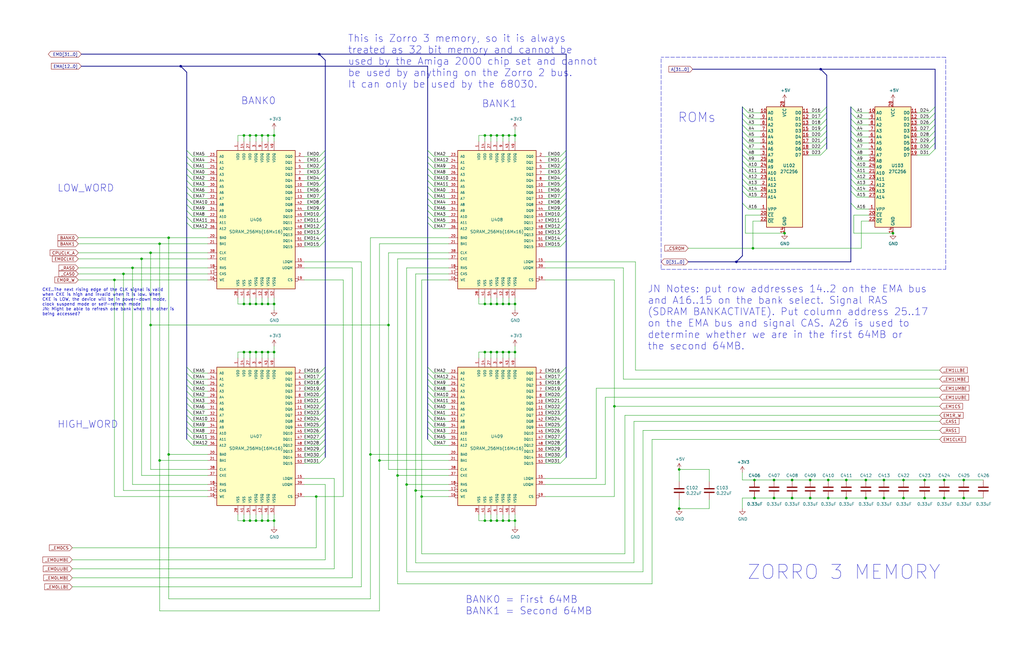
<source format=kicad_sch>
(kicad_sch (version 20211123) (generator eeschema)
  (paper "B")
  (junction (at 346.075 29.21))
  (junction (at 212.09 57.15))
  (junction (at 207.01 128.27))
  (junction (at 133.35 209.55))
  (junction (at 398.145 210.185))
  (junction (at 115.57 219.71))
  (junction (at 113.03 219.71))
  (junction (at 76.2 27.94))
  (junction (at 334.01 202.565))
  (junction (at 406.4 210.185))
  (junction (at 334.01 210.185))
  (junction (at 381 202.565))
  (junction (at 105.41 148.59))
  (junction (at 71.12 191.77))
  (junction (at 115.57 57.15))
  (junction (at 110.49 219.71))
  (junction (at 318.135 210.185))
  (junction (at 318.135 202.565))
  (junction (at 175.26 207.01))
  (junction (at 365.125 202.565))
  (junction (at 398.145 202.565))
  (junction (at 372.745 210.185))
  (junction (at 107.95 219.71))
  (junction (at 381 210.185))
  (junction (at 177.8 209.55))
  (junction (at 376.555 98.425))
  (junction (at 326.39 202.565))
  (junction (at 212.09 128.27))
  (junction (at 317.5 104.775))
  (junction (at 204.47 219.71))
  (junction (at 349.25 210.185))
  (junction (at 110.49 148.59))
  (junction (at 341.63 210.185))
  (junction (at 207.01 148.59))
  (junction (at 330.835 98.425))
  (junction (at 310.515 110.49))
  (junction (at 115.57 128.27))
  (junction (at 102.87 148.59))
  (junction (at 102.87 57.15))
  (junction (at 217.17 219.71))
  (junction (at 209.55 148.59))
  (junction (at 259.08 171.45))
  (junction (at 204.47 57.15))
  (junction (at 209.55 128.27))
  (junction (at 204.47 148.59))
  (junction (at 209.55 57.15))
  (junction (at 105.41 128.27))
  (junction (at 67.31 102.87))
  (junction (at 356.87 210.185))
  (junction (at 63.5 137.16))
  (junction (at 214.63 57.15))
  (junction (at 214.63 148.59))
  (junction (at 217.17 57.15))
  (junction (at 55.88 113.03))
  (junction (at 102.87 128.27))
  (junction (at 163.83 137.16))
  (junction (at 59.69 109.22))
  (junction (at 341.63 202.565))
  (junction (at 207.01 219.71))
  (junction (at 156.21 191.77))
  (junction (at 160.02 194.31))
  (junction (at 209.55 219.71))
  (junction (at 105.41 57.15))
  (junction (at 63.5 106.68))
  (junction (at 107.95 148.59))
  (junction (at 372.745 202.565))
  (junction (at 105.41 219.71))
  (junction (at 67.31 194.31))
  (junction (at 107.95 57.15))
  (junction (at 326.39 210.185))
  (junction (at 286.385 198.12))
  (junction (at 406.4 202.565))
  (junction (at 48.26 118.11))
  (junction (at 110.49 57.15))
  (junction (at 52.07 115.57))
  (junction (at 212.09 148.59))
  (junction (at 356.87 202.565))
  (junction (at 102.87 219.71))
  (junction (at 71.12 100.33))
  (junction (at 134.62 22.86))
  (junction (at 217.17 128.27))
  (junction (at 171.45 204.47))
  (junction (at 214.63 128.27))
  (junction (at 365.125 210.185))
  (junction (at 110.49 128.27))
  (junction (at 204.47 128.27))
  (junction (at 113.03 148.59))
  (junction (at 217.17 148.59))
  (junction (at 113.03 57.15))
  (junction (at 389.89 210.185))
  (junction (at 107.95 128.27))
  (junction (at 113.03 128.27))
  (junction (at 207.01 57.15))
  (junction (at 214.63 219.71))
  (junction (at 286.385 214.63))
  (junction (at 349.25 202.565))
  (junction (at 389.89 202.565))
  (junction (at 212.09 219.71))
  (junction (at 167.64 200.66))
  (junction (at 115.57 148.59))
  (bus_entry (at 81.28 157.48) (size -2.54 -2.54))
  (bus_entry (at 236.22 83.82) (size 2.54 -2.54))
  (bus_entry (at 134.62 101.6) (size 2.54 -2.54))
  (bus_entry (at 134.62 86.36) (size 2.54 -2.54))
  (bus_entry (at 236.22 193.04) (size 2.54 -2.54))
  (bus_entry (at 236.22 172.72) (size 2.54 -2.54))
  (bus_entry (at 391.795 65.405) (size 2.54 -2.54))
  (bus_entry (at 134.62 187.96) (size 2.54 -2.54))
  (bus_entry (at 81.28 86.36) (size -2.54 -2.54))
  (bus_entry (at 391.795 52.705) (size 2.54 -2.54))
  (bus_entry (at 81.28 88.9) (size -2.54 -2.54))
  (bus_entry (at 236.22 73.66) (size 2.54 -2.54))
  (bus_entry (at 81.28 73.66) (size -2.54 -2.54))
  (bus_entry (at 134.62 193.04) (size 2.54 -2.54))
  (bus_entry (at 134.62 190.5) (size 2.54 -2.54))
  (bus_entry (at 236.22 66.04) (size 2.54 -2.54))
  (bus_entry (at 134.62 170.18) (size 2.54 -2.54))
  (bus_entry (at 134.62 88.9) (size 2.54 -2.54))
  (bus_entry (at 315.595 70.485) (size -2.54 -2.54))
  (bus_entry (at 182.88 66.04) (size -2.54 -2.54))
  (bus_entry (at 182.88 88.9) (size -2.54 -2.54))
  (bus_entry (at 182.88 180.34) (size -2.54 -2.54))
  (bus_entry (at 236.22 71.12) (size 2.54 -2.54))
  (bus_entry (at 134.62 182.88) (size 2.54 -2.54))
  (bus_entry (at 81.28 93.98) (size -2.54 -2.54))
  (bus_entry (at 361.315 47.625) (size -2.54 -2.54))
  (bus_entry (at 81.28 172.72) (size -2.54 -2.54))
  (bus_entry (at 81.28 71.12) (size -2.54 -2.54))
  (bus_entry (at 361.315 88.265) (size -2.54 -2.54))
  (bus_entry (at 361.315 52.705) (size -2.54 -2.54))
  (bus_entry (at 361.315 55.245) (size -2.54 -2.54))
  (bus_entry (at 346.075 65.405) (size 2.54 -2.54))
  (bus_entry (at 182.88 78.74) (size -2.54 -2.54))
  (bus_entry (at 182.88 175.26) (size -2.54 -2.54))
  (bus_entry (at 182.88 187.96) (size -2.54 -2.54))
  (bus_entry (at 182.88 177.8) (size -2.54 -2.54))
  (bus_entry (at 182.88 91.44) (size -2.54 -2.54))
  (bus_entry (at 236.22 68.58) (size 2.54 -2.54))
  (bus_entry (at 315.595 47.625) (size -2.54 -2.54))
  (bus_entry (at 81.28 83.82) (size -2.54 -2.54))
  (bus_entry (at 134.62 180.34) (size 2.54 -2.54))
  (bus_entry (at 236.22 76.2) (size 2.54 -2.54))
  (bus_entry (at 182.88 170.18) (size -2.54 -2.54))
  (bus_entry (at 315.595 78.105) (size -2.54 -2.54))
  (bus_entry (at 346.075 55.245) (size 2.54 -2.54))
  (bus_entry (at 236.22 177.8) (size 2.54 -2.54))
  (bus_entry (at 361.315 83.185) (size -2.54 -2.54))
  (bus_entry (at 315.595 67.945) (size -2.54 -2.54))
  (bus_entry (at 236.22 182.88) (size 2.54 -2.54))
  (bus_entry (at 81.28 68.58) (size -2.54 -2.54))
  (bus_entry (at 81.28 165.1) (size -2.54 -2.54))
  (bus_entry (at 361.315 73.025) (size -2.54 -2.54))
  (bus_entry (at 81.28 162.56) (size -2.54 -2.54))
  (bus_entry (at 236.22 93.98) (size 2.54 -2.54))
  (bus_entry (at 81.28 187.96) (size -2.54 -2.54))
  (bus_entry (at 236.22 86.36) (size 2.54 -2.54))
  (bus_entry (at 315.595 80.645) (size -2.54 -2.54))
  (bus_entry (at 81.28 175.26) (size -2.54 -2.54))
  (bus_entry (at 236.22 165.1) (size 2.54 -2.54))
  (bus_entry (at 134.62 167.64) (size 2.54 -2.54))
  (bus_entry (at 81.28 177.8) (size -2.54 -2.54))
  (bus_entry (at 315.595 52.705) (size -2.54 -2.54))
  (bus_entry (at 134.62 78.74) (size 2.54 -2.54))
  (bus_entry (at 361.315 62.865) (size -2.54 -2.54))
  (bus_entry (at 236.22 167.64) (size 2.54 -2.54))
  (bus_entry (at 236.22 175.26) (size 2.54 -2.54))
  (bus_entry (at 361.315 65.405) (size -2.54 -2.54))
  (bus_entry (at 236.22 81.28) (size 2.54 -2.54))
  (bus_entry (at 134.62 93.98) (size 2.54 -2.54))
  (bus_entry (at 182.88 162.56) (size -2.54 -2.54))
  (bus_entry (at 236.22 180.34) (size 2.54 -2.54))
  (bus_entry (at 391.795 50.165) (size 2.54 -2.54))
  (bus_entry (at 182.88 167.64) (size -2.54 -2.54))
  (bus_entry (at 236.22 185.42) (size 2.54 -2.54))
  (bus_entry (at 134.62 73.66) (size 2.54 -2.54))
  (bus_entry (at 182.88 83.82) (size -2.54 -2.54))
  (bus_entry (at 134.62 71.12) (size 2.54 -2.54))
  (bus_entry (at 236.22 101.6) (size 2.54 -2.54))
  (bus_entry (at 134.62 160.02) (size 2.54 -2.54))
  (bus_entry (at 182.88 76.2) (size -2.54 -2.54))
  (bus_entry (at 134.62 165.1) (size 2.54 -2.54))
  (bus_entry (at 81.28 167.64) (size -2.54 -2.54))
  (bus_entry (at 236.22 190.5) (size 2.54 -2.54))
  (bus_entry (at 182.88 165.1) (size -2.54 -2.54))
  (bus_entry (at 315.595 75.565) (size -2.54 -2.54))
  (bus_entry (at 346.075 47.625) (size 2.54 -2.54))
  (bus_entry (at 134.62 68.58) (size 2.54 -2.54))
  (bus_entry (at 134.62 66.04) (size 2.54 -2.54))
  (bus_entry (at 315.595 55.245) (size -2.54 -2.54))
  (bus_entry (at 315.595 73.025) (size -2.54 -2.54))
  (bus_entry (at 81.28 96.52) (size -2.54 -2.54))
  (bus_entry (at 236.22 187.96) (size 2.54 -2.54))
  (bus_entry (at 361.315 60.325) (size -2.54 -2.54))
  (bus_entry (at 81.28 76.2) (size -2.54 -2.54))
  (bus_entry (at 134.62 91.44) (size 2.54 -2.54))
  (bus_entry (at 134.62 99.06) (size 2.54 -2.54))
  (bus_entry (at 236.22 88.9) (size 2.54 -2.54))
  (bus_entry (at 236.22 195.58) (size 2.54 -2.54))
  (bus_entry (at 182.88 182.88) (size -2.54 -2.54))
  (bus_entry (at 182.88 157.48) (size -2.54 -2.54))
  (bus_entry (at 361.315 67.945) (size -2.54 -2.54))
  (bus_entry (at 346.075 57.785) (size 2.54 -2.54))
  (bus_entry (at 134.62 96.52) (size 2.54 -2.54))
  (bus_entry (at 134.62 162.56) (size 2.54 -2.54))
  (bus_entry (at 81.28 185.42) (size -2.54 -2.54))
  (bus_entry (at 134.62 172.72) (size 2.54 -2.54))
  (bus_entry (at 236.22 96.52) (size 2.54 -2.54))
  (bus_entry (at 81.28 66.04) (size -2.54 -2.54))
  (bus_entry (at 81.28 81.28) (size -2.54 -2.54))
  (bus_entry (at 236.22 104.14) (size 2.54 -2.54))
  (bus_entry (at 236.22 78.74) (size 2.54 -2.54))
  (bus_entry (at 81.28 170.18) (size -2.54 -2.54))
  (bus_entry (at 81.28 78.74) (size -2.54 -2.54))
  (bus_entry (at 236.22 99.06) (size 2.54 -2.54))
  (bus_entry (at 315.595 83.185) (size -2.54 -2.54))
  (bus_entry (at 236.22 162.56) (size 2.54 -2.54))
  (bus_entry (at 134.62 185.42) (size 2.54 -2.54))
  (bus_entry (at 236.22 160.02) (size 2.54 -2.54))
  (bus_entry (at 182.88 185.42) (size -2.54 -2.54))
  (bus_entry (at 346.075 60.325) (size 2.54 -2.54))
  (bus_entry (at 346.075 52.705) (size 2.54 -2.54))
  (bus_entry (at 361.315 57.785) (size -2.54 -2.54))
  (bus_entry (at 134.62 83.82) (size 2.54 -2.54))
  (bus_entry (at 182.88 71.12) (size -2.54 -2.54))
  (bus_entry (at 361.315 70.485) (size -2.54 -2.54))
  (bus_entry (at 81.28 180.34) (size -2.54 -2.54))
  (bus_entry (at 236.22 157.48) (size 2.54 -2.54))
  (bus_entry (at 315.595 88.265) (size -2.54 -2.54))
  (bus_entry (at 315.595 50.165) (size -2.54 -2.54))
  (bus_entry (at 391.795 62.865) (size 2.54 -2.54))
  (bus_entry (at 391.795 55.245) (size 2.54 -2.54))
  (bus_entry (at 134.62 177.8) (size 2.54 -2.54))
  (bus_entry (at 182.88 93.98) (size -2.54 -2.54))
  (bus_entry (at 81.28 182.88) (size -2.54 -2.54))
  (bus_entry (at 346.075 62.865) (size 2.54 -2.54))
  (bus_entry (at 315.595 57.785) (size -2.54 -2.54))
  (bus_entry (at 236.22 91.44) (size 2.54 -2.54))
  (bus_entry (at 182.88 160.02) (size -2.54 -2.54))
  (bus_entry (at 134.62 104.14) (size 2.54 -2.54))
  (bus_entry (at 391.795 60.325) (size 2.54 -2.54))
  (bus_entry (at 182.88 172.72) (size -2.54 -2.54))
  (bus_entry (at 134.62 195.58) (size 2.54 -2.54))
  (bus_entry (at 361.315 80.645) (size -2.54 -2.54))
  (bus_entry (at 315.595 65.405) (size -2.54 -2.54))
  (bus_entry (at 391.795 57.785) (size 2.54 -2.54))
  (bus_entry (at 391.795 47.625) (size 2.54 -2.54))
  (bus_entry (at 182.88 68.58) (size -2.54 -2.54))
  (bus_entry (at 134.62 81.28) (size 2.54 -2.54))
  (bus_entry (at 361.315 75.565) (size -2.54 -2.54))
  (bus_entry (at 182.88 86.36) (size -2.54 -2.54))
  (bus_entry (at 81.28 91.44) (size -2.54 -2.54))
  (bus_entry (at 346.075 50.165) (size 2.54 -2.54))
  (bus_entry (at 182.88 81.28) (size -2.54 -2.54))
  (bus_entry (at 315.595 62.865) (size -2.54 -2.54))
  (bus_entry (at 134.62 157.48) (size 2.54 -2.54))
  (bus_entry (at 361.315 50.165) (size -2.54 -2.54))
  (bus_entry (at 134.62 76.2) (size 2.54 -2.54))
  (bus_entry (at 361.315 78.105) (size -2.54 -2.54))
  (bus_entry (at 81.28 160.02) (size -2.54 -2.54))
  (bus_entry (at 134.62 175.26) (size 2.54 -2.54))
  (bus_entry (at 315.595 60.325) (size -2.54 -2.54))
  (bus_entry (at 182.88 73.66) (size -2.54 -2.54))
  (bus_entry (at 236.22 170.18) (size 2.54 -2.54))
  (bus_entry (at 182.88 96.52) (size -2.54 -2.54))
  (bus (pts (xy 238.76 22.86) (xy 238.76 63.5)))
  (wire (pts (xy 251.46 163.83) (xy 396.24 163.83)))
  (wire (pts (xy 271.145 241.3) (xy 271.145 181.61)))
  (bus (pts (xy 78.74 93.98) (xy 78.74 154.94)))
  (wire (pts (xy 214.63 151.13) (xy 214.63 148.59)))
  (bus (pts (xy 346.075 29.21) (xy 394.335 29.21)))
  (wire (pts (xy 128.27 71.12) (xy 134.62 71.12)))
  (wire (pts (xy 229.87 157.48) (xy 236.22 157.48)))
  (wire (pts (xy 87.63 182.88) (xy 81.28 182.88)))
  (wire (pts (xy 314.325 90.805) (xy 314.325 98.425)))
  (wire (pts (xy 128.27 68.58) (xy 134.62 68.58)))
  (wire (pts (xy 381 210.185) (xy 389.89 210.185)))
  (wire (pts (xy 115.57 57.15) (xy 115.57 54.61)))
  (wire (pts (xy 229.87 170.18) (xy 236.22 170.18)))
  (wire (pts (xy 115.57 59.69) (xy 115.57 57.15)))
  (bus (pts (xy 238.76 66.04) (xy 238.76 68.58)))
  (wire (pts (xy 59.69 200.66) (xy 59.69 109.22)))
  (bus (pts (xy 238.76 175.26) (xy 238.76 177.8)))
  (wire (pts (xy 156.21 252.73) (xy 71.12 252.73)))
  (bus (pts (xy 313.055 47.625) (xy 313.055 50.165)))
  (bus (pts (xy 358.775 62.865) (xy 358.775 65.405)))
  (bus (pts (xy 238.76 154.94) (xy 238.76 157.48)))
  (wire (pts (xy 189.23 160.02) (xy 182.88 160.02)))
  (bus (pts (xy 180.34 27.94) (xy 180.34 63.5)))
  (wire (pts (xy 363.22 93.345) (xy 363.22 104.775)))
  (bus (pts (xy 358.775 67.945) (xy 358.775 70.485)))
  (wire (pts (xy 229.87 76.2) (xy 236.22 76.2)))
  (bus (pts (xy 137.16 185.42) (xy 137.16 187.96)))
  (wire (pts (xy 189.23 115.57) (xy 175.26 115.57)))
  (wire (pts (xy 386.715 52.705) (xy 391.795 52.705)))
  (bus (pts (xy 180.34 162.56) (xy 180.34 165.1)))
  (wire (pts (xy 87.63 113.03) (xy 55.88 113.03)))
  (bus (pts (xy 238.76 99.06) (xy 238.76 101.6)))
  (wire (pts (xy 128.27 190.5) (xy 134.62 190.5)))
  (bus (pts (xy 358.775 60.325) (xy 358.775 62.865)))
  (bus (pts (xy 348.615 31.75) (xy 348.615 45.085)))
  (wire (pts (xy 140.97 240.03) (xy 30.48 240.03)))
  (wire (pts (xy 67.31 257.81) (xy 160.02 257.81)))
  (wire (pts (xy 100.33 57.15) (xy 102.87 57.15)))
  (wire (pts (xy 189.23 102.87) (xy 160.02 102.87)))
  (wire (pts (xy 189.23 175.26) (xy 182.88 175.26)))
  (wire (pts (xy 140.97 201.93) (xy 140.97 240.03)))
  (wire (pts (xy 366.395 78.105) (xy 361.315 78.105)))
  (wire (pts (xy 67.31 194.31) (xy 67.31 102.87)))
  (wire (pts (xy 365.125 210.185) (xy 372.745 210.185)))
  (wire (pts (xy 320.675 55.245) (xy 315.595 55.245)))
  (wire (pts (xy 167.64 109.22) (xy 167.64 200.66)))
  (wire (pts (xy 189.23 76.2) (xy 182.88 76.2)))
  (wire (pts (xy 340.995 55.245) (xy 346.075 55.245)))
  (wire (pts (xy 320.675 62.865) (xy 315.595 62.865)))
  (wire (pts (xy 189.23 100.33) (xy 156.21 100.33)))
  (bus (pts (xy 137.16 170.18) (xy 137.16 172.72)))
  (polyline (pts (xy 398.78 113.665) (xy 398.78 24.13)))
  (wire (pts (xy 52.07 115.57) (xy 87.63 115.57)))
  (wire (pts (xy 318.135 202.565) (xy 326.39 202.565)))
  (wire (pts (xy 262.89 113.03) (xy 262.89 160.02)))
  (wire (pts (xy 274.955 185.42) (xy 396.24 185.42)))
  (wire (pts (xy 386.715 55.245) (xy 391.795 55.245)))
  (wire (pts (xy 175.26 115.57) (xy 175.26 207.01)))
  (bus (pts (xy 137.16 157.48) (xy 137.16 160.02)))
  (bus (pts (xy 394.335 45.085) (xy 394.335 47.625)))
  (wire (pts (xy 189.23 207.01) (xy 175.26 207.01)))
  (wire (pts (xy 207.01 217.17) (xy 207.01 219.71)))
  (wire (pts (xy 87.63 78.74) (xy 81.28 78.74)))
  (wire (pts (xy 286.385 203.2) (xy 286.385 198.12)))
  (wire (pts (xy 189.23 68.58) (xy 182.88 68.58)))
  (bus (pts (xy 238.76 165.1) (xy 238.76 167.64)))
  (bus (pts (xy 137.16 93.98) (xy 137.16 96.52)))
  (wire (pts (xy 340.995 57.785) (xy 346.075 57.785)))
  (wire (pts (xy 128.27 81.28) (xy 134.62 81.28)))
  (wire (pts (xy 320.675 65.405) (xy 315.595 65.405)))
  (wire (pts (xy 160.02 194.31) (xy 160.02 257.81)))
  (bus (pts (xy 137.16 25.4) (xy 134.62 22.86)))
  (bus (pts (xy 180.34 88.9) (xy 180.34 91.44)))
  (wire (pts (xy 372.745 202.565) (xy 381 202.565)))
  (wire (pts (xy 201.93 128.27) (xy 204.47 128.27)))
  (bus (pts (xy 180.34 180.34) (xy 180.34 182.88)))
  (bus (pts (xy 134.62 22.86) (xy 238.76 22.86)))
  (wire (pts (xy 209.55 148.59) (xy 212.09 148.59)))
  (wire (pts (xy 100.33 219.71) (xy 102.87 219.71)))
  (wire (pts (xy 128.27 170.18) (xy 134.62 170.18)))
  (wire (pts (xy 366.395 73.025) (xy 361.315 73.025)))
  (wire (pts (xy 87.63 109.22) (xy 59.69 109.22)))
  (wire (pts (xy 63.5 198.12) (xy 63.5 137.16)))
  (wire (pts (xy 201.93 125.73) (xy 201.93 128.27)))
  (bus (pts (xy 313.055 75.565) (xy 313.055 78.105)))
  (wire (pts (xy 204.47 148.59) (xy 207.01 148.59)))
  (wire (pts (xy 163.83 137.16) (xy 163.83 198.12)))
  (bus (pts (xy 180.34 71.12) (xy 180.34 73.66)))
  (wire (pts (xy 318.135 202.565) (xy 313.055 202.565)))
  (wire (pts (xy 100.33 148.59) (xy 102.87 148.59)))
  (wire (pts (xy 340.995 52.705) (xy 346.075 52.705)))
  (wire (pts (xy 177.8 233.68) (xy 263.525 233.68)))
  (wire (pts (xy 299.085 198.12) (xy 299.085 203.2)))
  (wire (pts (xy 87.63 167.64) (xy 81.28 167.64)))
  (wire (pts (xy 229.87 81.28) (xy 236.22 81.28)))
  (bus (pts (xy 180.34 73.66) (xy 180.34 76.2)))
  (wire (pts (xy 229.87 113.03) (xy 262.89 113.03)))
  (bus (pts (xy 137.16 167.64) (xy 137.16 170.18)))
  (bus (pts (xy 358.775 50.165) (xy 358.775 52.705)))
  (wire (pts (xy 398.145 202.565) (xy 406.4 202.565)))
  (wire (pts (xy 189.23 88.9) (xy 182.88 88.9)))
  (wire (pts (xy 201.93 57.15) (xy 204.47 57.15)))
  (wire (pts (xy 102.87 219.71) (xy 105.41 219.71)))
  (bus (pts (xy 180.34 182.88) (xy 180.34 185.42)))
  (wire (pts (xy 366.395 57.785) (xy 361.315 57.785)))
  (wire (pts (xy 318.135 210.185) (xy 326.39 210.185)))
  (bus (pts (xy 137.16 91.44) (xy 137.16 93.98)))
  (wire (pts (xy 299.085 214.63) (xy 299.085 210.82)))
  (wire (pts (xy 366.395 75.565) (xy 361.315 75.565)))
  (wire (pts (xy 214.63 217.17) (xy 214.63 219.71)))
  (bus (pts (xy 180.34 76.2) (xy 180.34 78.74)))
  (wire (pts (xy 212.09 217.17) (xy 212.09 219.71)))
  (bus (pts (xy 137.16 182.88) (xy 137.16 185.42)))
  (bus (pts (xy 394.335 52.705) (xy 394.335 55.245)))
  (wire (pts (xy 317.5 104.775) (xy 290.195 104.775)))
  (wire (pts (xy 71.12 191.77) (xy 71.12 100.33)))
  (wire (pts (xy 320.675 47.625) (xy 315.595 47.625)))
  (wire (pts (xy 189.23 78.74) (xy 182.88 78.74)))
  (wire (pts (xy 189.23 194.31) (xy 160.02 194.31)))
  (wire (pts (xy 128.27 162.56) (xy 134.62 162.56)))
  (wire (pts (xy 340.995 47.625) (xy 346.075 47.625)))
  (bus (pts (xy 348.615 52.705) (xy 348.615 55.245)))
  (wire (pts (xy 214.63 219.71) (xy 217.17 219.71)))
  (bus (pts (xy 358.775 85.725) (xy 358.775 110.49)))
  (wire (pts (xy 128.27 88.9) (xy 134.62 88.9)))
  (bus (pts (xy 78.74 78.74) (xy 78.74 81.28)))
  (wire (pts (xy 229.87 83.82) (xy 236.22 83.82)))
  (wire (pts (xy 320.675 83.185) (xy 315.595 83.185)))
  (wire (pts (xy 286.385 214.63) (xy 299.085 214.63)))
  (wire (pts (xy 366.395 67.945) (xy 361.315 67.945)))
  (wire (pts (xy 105.41 125.73) (xy 105.41 128.27)))
  (bus (pts (xy 180.34 167.64) (xy 180.34 170.18)))
  (wire (pts (xy 217.17 148.59) (xy 217.17 146.05)))
  (wire (pts (xy 163.83 198.12) (xy 189.23 198.12)))
  (wire (pts (xy 189.23 96.52) (xy 182.88 96.52)))
  (bus (pts (xy 180.34 86.36) (xy 180.34 88.9)))
  (bus (pts (xy 180.34 91.44) (xy 180.34 93.98)))
  (wire (pts (xy 386.715 62.865) (xy 391.795 62.865)))
  (wire (pts (xy 87.63 177.8) (xy 81.28 177.8)))
  (bus (pts (xy 76.2 27.94) (xy 180.34 27.94)))
  (wire (pts (xy 229.87 99.06) (xy 236.22 99.06)))
  (wire (pts (xy 229.87 187.96) (xy 236.22 187.96)))
  (wire (pts (xy 320.675 88.265) (xy 315.595 88.265)))
  (wire (pts (xy 398.145 210.185) (xy 406.4 210.185)))
  (wire (pts (xy 175.26 237.49) (xy 267.335 237.49)))
  (bus (pts (xy 310.515 110.49) (xy 358.775 110.49)))
  (wire (pts (xy 189.23 170.18) (xy 182.88 170.18)))
  (wire (pts (xy 365.125 202.565) (xy 356.87 202.565)))
  (wire (pts (xy 363.22 104.775) (xy 317.5 104.775)))
  (wire (pts (xy 102.87 128.27) (xy 105.41 128.27)))
  (wire (pts (xy 48.26 118.11) (xy 33.02 118.11)))
  (bus (pts (xy 78.74 81.28) (xy 78.74 83.82)))
  (bus (pts (xy 137.16 154.94) (xy 137.16 157.48)))
  (bus (pts (xy 238.76 182.88) (xy 238.76 185.42)))
  (wire (pts (xy 87.63 191.77) (xy 71.12 191.77)))
  (wire (pts (xy 340.995 65.405) (xy 346.075 65.405)))
  (polyline (pts (xy 278.765 113.665) (xy 398.78 113.665)))
  (wire (pts (xy 274.955 246.38) (xy 274.955 185.42)))
  (wire (pts (xy 229.87 96.52) (xy 236.22 96.52)))
  (bus (pts (xy 238.76 180.34) (xy 238.76 182.88)))
  (wire (pts (xy 381 202.565) (xy 389.89 202.565)))
  (wire (pts (xy 334.01 202.565) (xy 341.63 202.565)))
  (bus (pts (xy 238.76 162.56) (xy 238.76 165.1)))
  (bus (pts (xy 78.74 162.56) (xy 78.74 165.1)))
  (wire (pts (xy 209.55 125.73) (xy 209.55 128.27)))
  (wire (pts (xy 63.5 137.16) (xy 63.5 106.68)))
  (wire (pts (xy 212.09 151.13) (xy 212.09 148.59)))
  (wire (pts (xy 87.63 157.48) (xy 81.28 157.48)))
  (bus (pts (xy 313.055 52.705) (xy 313.055 55.245)))
  (wire (pts (xy 52.07 207.01) (xy 52.07 115.57)))
  (bus (pts (xy 292.1 29.21) (xy 346.075 29.21)))
  (bus (pts (xy 180.34 175.26) (xy 180.34 177.8)))
  (wire (pts (xy 189.23 91.44) (xy 182.88 91.44)))
  (wire (pts (xy 128.27 175.26) (xy 134.62 175.26)))
  (wire (pts (xy 313.055 202.565) (xy 313.055 199.39)))
  (wire (pts (xy 113.03 148.59) (xy 115.57 148.59)))
  (wire (pts (xy 67.31 194.31) (xy 67.31 257.81)))
  (wire (pts (xy 209.55 219.71) (xy 212.09 219.71)))
  (bus (pts (xy 358.775 65.405) (xy 358.775 67.945)))
  (wire (pts (xy 105.41 128.27) (xy 107.95 128.27)))
  (wire (pts (xy 209.55 217.17) (xy 209.55 219.71)))
  (wire (pts (xy 229.87 204.47) (xy 255.27 204.47)))
  (wire (pts (xy 340.995 62.865) (xy 346.075 62.865)))
  (polyline (pts (xy 398.78 24.13) (xy 278.765 24.13)))
  (wire (pts (xy 201.93 217.17) (xy 201.93 219.71)))
  (wire (pts (xy 107.95 128.27) (xy 110.49 128.27)))
  (wire (pts (xy 386.715 50.165) (xy 391.795 50.165)))
  (bus (pts (xy 238.76 170.18) (xy 238.76 172.72)))
  (wire (pts (xy 87.63 118.11) (xy 48.26 118.11)))
  (bus (pts (xy 358.775 80.645) (xy 358.775 85.725)))
  (wire (pts (xy 209.55 151.13) (xy 209.55 148.59)))
  (wire (pts (xy 366.395 70.485) (xy 361.315 70.485)))
  (wire (pts (xy 366.395 88.265) (xy 361.315 88.265)))
  (wire (pts (xy 366.395 65.405) (xy 361.315 65.405)))
  (wire (pts (xy 113.03 219.71) (xy 115.57 219.71)))
  (wire (pts (xy 87.63 81.28) (xy 81.28 81.28)))
  (wire (pts (xy 320.675 57.785) (xy 315.595 57.785)))
  (bus (pts (xy 180.34 177.8) (xy 180.34 180.34)))
  (wire (pts (xy 177.8 118.11) (xy 177.8 209.55)))
  (bus (pts (xy 313.055 85.725) (xy 313.055 107.95)))
  (wire (pts (xy 349.25 202.565) (xy 341.63 202.565)))
  (wire (pts (xy 341.63 210.185) (xy 349.25 210.185)))
  (wire (pts (xy 217.17 59.69) (xy 217.17 57.15)))
  (bus (pts (xy 238.76 172.72) (xy 238.76 175.26)))
  (wire (pts (xy 366.395 55.245) (xy 361.315 55.245)))
  (bus (pts (xy 348.615 57.785) (xy 348.615 60.325)))
  (bus (pts (xy 238.76 185.42) (xy 238.76 187.96)))
  (wire (pts (xy 115.57 219.71) (xy 115.57 222.25)))
  (bus (pts (xy 180.34 81.28) (xy 180.34 83.82)))
  (wire (pts (xy 201.93 148.59) (xy 204.47 148.59)))
  (wire (pts (xy 102.87 125.73) (xy 102.87 128.27)))
  (wire (pts (xy 229.87 190.5) (xy 236.22 190.5)))
  (wire (pts (xy 204.47 217.17) (xy 204.47 219.71)))
  (wire (pts (xy 71.12 100.33) (xy 33.02 100.33)))
  (wire (pts (xy 189.23 66.04) (xy 182.88 66.04)))
  (bus (pts (xy 78.74 76.2) (xy 78.74 78.74)))
  (wire (pts (xy 110.49 151.13) (xy 110.49 148.59)))
  (bus (pts (xy 313.055 67.945) (xy 313.055 70.485)))
  (wire (pts (xy 389.89 202.565) (xy 398.145 202.565)))
  (wire (pts (xy 217.17 128.27) (xy 217.17 125.73)))
  (bus (pts (xy 78.74 180.34) (xy 78.74 182.88)))
  (wire (pts (xy 107.95 219.71) (xy 110.49 219.71)))
  (wire (pts (xy 152.4 110.49) (xy 152.4 247.65)))
  (wire (pts (xy 229.87 165.1) (xy 236.22 165.1)))
  (wire (pts (xy 128.27 86.36) (xy 134.62 86.36)))
  (wire (pts (xy 366.395 62.865) (xy 361.315 62.865)))
  (wire (pts (xy 366.395 90.805) (xy 360.045 90.805)))
  (bus (pts (xy 137.16 63.5) (xy 137.16 66.04)))
  (wire (pts (xy 366.395 83.185) (xy 361.315 83.185)))
  (bus (pts (xy 358.775 75.565) (xy 358.775 78.105)))
  (wire (pts (xy 229.87 91.44) (xy 236.22 91.44)))
  (wire (pts (xy 267.97 110.49) (xy 267.97 156.21)))
  (bus (pts (xy 78.74 66.04) (xy 78.74 68.58)))
  (wire (pts (xy 102.87 57.15) (xy 105.41 57.15)))
  (wire (pts (xy 286.385 210.82) (xy 286.385 214.63)))
  (wire (pts (xy 189.23 180.34) (xy 182.88 180.34)))
  (bus (pts (xy 34.29 27.94) (xy 76.2 27.94)))
  (bus (pts (xy 78.74 73.66) (xy 78.74 76.2)))
  (bus (pts (xy 137.16 187.96) (xy 137.16 190.5)))
  (bus (pts (xy 78.74 160.02) (xy 78.74 162.56)))
  (wire (pts (xy 189.23 187.96) (xy 182.88 187.96)))
  (bus (pts (xy 78.74 91.44) (xy 78.74 93.98)))
  (wire (pts (xy 189.23 185.42) (xy 182.88 185.42)))
  (bus (pts (xy 137.16 175.26) (xy 137.16 177.8)))
  (bus (pts (xy 313.055 70.485) (xy 313.055 73.025)))
  (bus (pts (xy 137.16 160.02) (xy 137.16 162.56)))
  (wire (pts (xy 251.46 201.93) (xy 251.46 163.83)))
  (wire (pts (xy 189.23 113.03) (xy 171.45 113.03)))
  (wire (pts (xy 87.63 76.2) (xy 81.28 76.2)))
  (wire (pts (xy 87.63 160.02) (xy 81.28 160.02)))
  (wire (pts (xy 214.63 59.69) (xy 214.63 57.15)))
  (wire (pts (xy 175.26 207.01) (xy 175.26 237.49)))
  (bus (pts (xy 313.055 62.865) (xy 313.055 65.405)))
  (bus (pts (xy 348.615 47.625) (xy 348.615 50.165)))
  (wire (pts (xy 320.675 75.565) (xy 315.595 75.565)))
  (bus (pts (xy 78.74 63.5) (xy 78.74 66.04)))
  (wire (pts (xy 320.675 93.345) (xy 317.5 93.345)))
  (wire (pts (xy 207.01 59.69) (xy 207.01 57.15)))
  (wire (pts (xy 366.395 93.345) (xy 363.22 93.345)))
  (wire (pts (xy 229.87 185.42) (xy 236.22 185.42)))
  (wire (pts (xy 189.23 165.1) (xy 182.88 165.1)))
  (wire (pts (xy 406.4 202.565) (xy 414.655 202.565)))
  (wire (pts (xy 320.675 73.025) (xy 315.595 73.025)))
  (wire (pts (xy 87.63 86.36) (xy 81.28 86.36)))
  (wire (pts (xy 87.63 93.98) (xy 81.28 93.98)))
  (wire (pts (xy 212.09 57.15) (xy 214.63 57.15)))
  (wire (pts (xy 204.47 128.27) (xy 207.01 128.27)))
  (wire (pts (xy 229.87 177.8) (xy 236.22 177.8)))
  (wire (pts (xy 113.03 125.73) (xy 113.03 128.27)))
  (bus (pts (xy 313.055 60.325) (xy 313.055 62.865)))
  (bus (pts (xy 238.76 96.52) (xy 238.76 99.06)))
  (wire (pts (xy 156.21 100.33) (xy 156.21 191.77)))
  (wire (pts (xy 100.33 151.13) (xy 100.33 148.59)))
  (wire (pts (xy 87.63 162.56) (xy 81.28 162.56)))
  (wire (pts (xy 263.525 175.26) (xy 396.24 175.26)))
  (wire (pts (xy 229.87 88.9) (xy 236.22 88.9)))
  (bus (pts (xy 358.775 52.705) (xy 358.775 55.245)))
  (wire (pts (xy 207.01 125.73) (xy 207.01 128.27)))
  (wire (pts (xy 212.09 148.59) (xy 214.63 148.59)))
  (wire (pts (xy 167.64 246.38) (xy 274.955 246.38)))
  (wire (pts (xy 229.87 175.26) (xy 236.22 175.26)))
  (wire (pts (xy 137.16 236.22) (xy 30.48 236.22)))
  (bus (pts (xy 238.76 157.48) (xy 238.76 160.02)))
  (bus (pts (xy 137.16 162.56) (xy 137.16 165.1)))
  (bus (pts (xy 358.775 45.085) (xy 358.775 47.625)))
  (wire (pts (xy 110.49 128.27) (xy 113.03 128.27)))
  (wire (pts (xy 115.57 128.27) (xy 115.57 130.81)))
  (wire (pts (xy 263.525 233.68) (xy 263.525 175.26)))
  (bus (pts (xy 394.335 60.325) (xy 394.335 62.865)))
  (bus (pts (xy 78.74 71.12) (xy 78.74 73.66)))
  (wire (pts (xy 171.45 241.3) (xy 271.145 241.3)))
  (wire (pts (xy 267.97 156.21) (xy 396.24 156.21)))
  (wire (pts (xy 33.02 115.57) (xy 52.07 115.57)))
  (bus (pts (xy 34.29 22.86) (xy 134.62 22.86)))
  (wire (pts (xy 107.95 151.13) (xy 107.95 148.59)))
  (wire (pts (xy 163.83 137.16) (xy 63.5 137.16)))
  (bus (pts (xy 78.74 30.48) (xy 76.2 27.94)))
  (wire (pts (xy 177.8 209.55) (xy 177.8 233.68)))
  (wire (pts (xy 113.03 217.17) (xy 113.03 219.71)))
  (wire (pts (xy 209.55 57.15) (xy 212.09 57.15)))
  (wire (pts (xy 229.87 71.12) (xy 236.22 71.12)))
  (bus (pts (xy 358.775 55.245) (xy 358.775 57.785)))
  (wire (pts (xy 212.09 128.27) (xy 214.63 128.27)))
  (bus (pts (xy 358.775 70.485) (xy 358.775 73.025)))
  (bus (pts (xy 238.76 73.66) (xy 238.76 76.2)))
  (wire (pts (xy 217.17 219.71) (xy 217.17 217.17)))
  (wire (pts (xy 201.93 59.69) (xy 201.93 57.15)))
  (wire (pts (xy 229.87 193.04) (xy 236.22 193.04)))
  (wire (pts (xy 189.23 118.11) (xy 177.8 118.11)))
  (wire (pts (xy 318.135 210.185) (xy 313.055 210.185)))
  (wire (pts (xy 152.4 247.65) (xy 30.48 247.65)))
  (wire (pts (xy 271.145 181.61) (xy 396.24 181.61)))
  (wire (pts (xy 128.27 180.34) (xy 134.62 180.34)))
  (wire (pts (xy 100.33 217.17) (xy 100.33 219.71)))
  (wire (pts (xy 214.63 125.73) (xy 214.63 128.27)))
  (wire (pts (xy 171.45 204.47) (xy 171.45 241.3)))
  (wire (pts (xy 113.03 59.69) (xy 113.03 57.15)))
  (wire (pts (xy 148.59 243.84) (xy 30.48 243.84)))
  (wire (pts (xy 128.27 185.42) (xy 134.62 185.42)))
  (bus (pts (xy 180.34 160.02) (xy 180.34 162.56)))
  (bus (pts (xy 78.74 177.8) (xy 78.74 180.34)))
  (bus (pts (xy 238.76 88.9) (xy 238.76 91.44)))
  (wire (pts (xy 201.93 219.71) (xy 204.47 219.71)))
  (wire (pts (xy 144.78 209.55) (xy 144.78 118.11)))
  (wire (pts (xy 107.95 59.69) (xy 107.95 57.15)))
  (wire (pts (xy 217.17 57.15) (xy 217.17 54.61)))
  (wire (pts (xy 128.27 96.52) (xy 134.62 96.52)))
  (wire (pts (xy 87.63 102.87) (xy 67.31 102.87)))
  (wire (pts (xy 113.03 128.27) (xy 115.57 128.27)))
  (wire (pts (xy 229.87 180.34) (xy 236.22 180.34)))
  (wire (pts (xy 55.88 113.03) (xy 33.02 113.03)))
  (wire (pts (xy 87.63 198.12) (xy 63.5 198.12)))
  (bus (pts (xy 180.34 63.5) (xy 180.34 66.04)))
  (bus (pts (xy 238.76 101.6) (xy 238.76 154.94)))
  (wire (pts (xy 133.35 209.55) (xy 144.78 209.55)))
  (wire (pts (xy 87.63 172.72) (xy 81.28 172.72)))
  (wire (pts (xy 189.23 93.98) (xy 182.88 93.98)))
  (wire (pts (xy 229.87 182.88) (xy 236.22 182.88)))
  (bus (pts (xy 137.16 88.9) (xy 137.16 91.44)))
  (wire (pts (xy 229.87 209.55) (xy 259.08 209.55)))
  (bus (pts (xy 394.335 50.165) (xy 394.335 52.705)))
  (wire (pts (xy 128.27 182.88) (xy 134.62 182.88)))
  (bus (pts (xy 394.335 55.245) (xy 394.335 57.785)))
  (bus (pts (xy 180.34 157.48) (xy 180.34 160.02)))
  (wire (pts (xy 87.63 165.1) (xy 81.28 165.1)))
  (polyline (pts (xy 278.765 24.765) (xy 278.765 113.665)))
  (wire (pts (xy 340.995 50.165) (xy 346.075 50.165)))
  (bus (pts (xy 137.16 96.52) (xy 137.16 99.06)))
  (wire (pts (xy 366.395 60.325) (xy 361.315 60.325)))
  (wire (pts (xy 214.63 128.27) (xy 217.17 128.27)))
  (bus (pts (xy 348.615 45.085) (xy 348.615 47.625)))
  (bus (pts (xy 238.76 93.98) (xy 238.76 96.52)))
  (bus (pts (xy 238.76 63.5) (xy 238.76 66.04)))
  (wire (pts (xy 87.63 200.66) (xy 59.69 200.66)))
  (wire (pts (xy 105.41 151.13) (xy 105.41 148.59)))
  (bus (pts (xy 78.74 83.82) (xy 78.74 86.36)))
  (wire (pts (xy 386.715 47.625) (xy 391.795 47.625)))
  (wire (pts (xy 110.49 217.17) (xy 110.49 219.71)))
  (wire (pts (xy 105.41 217.17) (xy 105.41 219.71)))
  (wire (pts (xy 63.5 106.68) (xy 33.02 106.68)))
  (wire (pts (xy 189.23 106.68) (xy 163.83 106.68)))
  (wire (pts (xy 128.27 187.96) (xy 134.62 187.96)))
  (wire (pts (xy 366.395 50.165) (xy 361.315 50.165)))
  (wire (pts (xy 163.83 106.68) (xy 163.83 137.16)))
  (wire (pts (xy 349.25 210.185) (xy 356.87 210.185)))
  (bus (pts (xy 238.76 160.02) (xy 238.76 162.56)))
  (wire (pts (xy 128.27 204.47) (xy 137.16 204.47)))
  (wire (pts (xy 128.27 113.03) (xy 148.59 113.03)))
  (bus (pts (xy 78.74 165.1) (xy 78.74 167.64)))
  (bus (pts (xy 137.16 81.28) (xy 137.16 83.82)))
  (wire (pts (xy 313.055 210.185) (xy 313.055 214.63)))
  (wire (pts (xy 87.63 187.96) (xy 81.28 187.96)))
  (bus (pts (xy 348.615 50.165) (xy 348.615 52.705)))
  (wire (pts (xy 229.87 78.74) (xy 236.22 78.74)))
  (bus (pts (xy 180.34 93.98) (xy 180.34 154.94)))
  (bus (pts (xy 180.34 170.18) (xy 180.34 172.72)))
  (wire (pts (xy 229.87 195.58) (xy 236.22 195.58)))
  (bus (pts (xy 137.16 86.36) (xy 137.16 88.9)))
  (wire (pts (xy 259.08 171.45) (xy 396.24 171.45)))
  (wire (pts (xy 189.23 191.77) (xy 156.21 191.77)))
  (wire (pts (xy 87.63 66.04) (xy 81.28 66.04)))
  (wire (pts (xy 360.045 90.805) (xy 360.045 98.425)))
  (wire (pts (xy 229.87 118.11) (xy 259.08 118.11)))
  (wire (pts (xy 320.675 52.705) (xy 315.595 52.705)))
  (wire (pts (xy 229.87 101.6) (xy 236.22 101.6)))
  (wire (pts (xy 189.23 71.12) (xy 182.88 71.12)))
  (wire (pts (xy 87.63 180.34) (xy 81.28 180.34)))
  (bus (pts (xy 78.74 157.48) (xy 78.74 160.02)))
  (bus (pts (xy 238.76 187.96) (xy 238.76 190.5)))
  (wire (pts (xy 229.87 66.04) (xy 236.22 66.04)))
  (wire (pts (xy 128.27 76.2) (xy 134.62 76.2)))
  (bus (pts (xy 137.16 190.5) (xy 137.16 193.04)))
  (wire (pts (xy 148.59 113.03) (xy 148.59 243.84)))
  (bus (pts (xy 358.775 78.105) (xy 358.775 80.645)))
  (bus (pts (xy 78.74 167.64) (xy 78.74 170.18)))
  (wire (pts (xy 107.95 217.17) (xy 107.95 219.71)))
  (bus (pts (xy 78.74 88.9) (xy 78.74 91.44)))
  (bus (pts (xy 313.055 73.025) (xy 313.055 75.565)))
  (wire (pts (xy 214.63 148.59) (xy 217.17 148.59)))
  (wire (pts (xy 209.55 128.27) (xy 212.09 128.27)))
  (wire (pts (xy 105.41 219.71) (xy 107.95 219.71)))
  (wire (pts (xy 267.335 177.8) (xy 396.24 177.8)))
  (bus (pts (xy 137.16 71.12) (xy 137.16 73.66)))
  (bus (pts (xy 238.76 86.36) (xy 238.76 88.9)))
  (bus (pts (xy 137.16 25.4) (xy 137.16 63.5)))
  (wire (pts (xy 128.27 78.74) (xy 134.62 78.74)))
  (wire (pts (xy 189.23 162.56) (xy 182.88 162.56)))
  (bus (pts (xy 137.16 177.8) (xy 137.16 180.34)))
  (wire (pts (xy 217.17 219.71) (xy 217.17 222.25)))
  (bus (pts (xy 78.74 30.48) (xy 78.74 63.5)))
  (bus (pts (xy 238.76 78.74) (xy 238.76 81.28)))
  (wire (pts (xy 212.09 59.69) (xy 212.09 57.15)))
  (wire (pts (xy 128.27 167.64) (xy 134.62 167.64)))
  (wire (pts (xy 87.63 106.68) (xy 63.5 106.68)))
  (wire (pts (xy 212.09 219.71) (xy 214.63 219.71)))
  (wire (pts (xy 160.02 102.87) (xy 160.02 194.31)))
  (bus (pts (xy 137.16 78.74) (xy 137.16 81.28)))
  (wire (pts (xy 201.93 151.13) (xy 201.93 148.59)))
  (wire (pts (xy 107.95 125.73) (xy 107.95 128.27)))
  (wire (pts (xy 128.27 110.49) (xy 152.4 110.49)))
  (wire (pts (xy 204.47 59.69) (xy 204.47 57.15)))
  (wire (pts (xy 255.27 167.64) (xy 396.24 167.64)))
  (wire (pts (xy 128.27 165.1) (xy 134.62 165.1)))
  (wire (pts (xy 87.63 204.47) (xy 55.88 204.47)))
  (bus (pts (xy 313.055 50.165) (xy 313.055 52.705)))
  (bus (pts (xy 180.34 154.94) (xy 180.34 157.48)))
  (wire (pts (xy 217.17 128.27) (xy 217.17 130.81)))
  (wire (pts (xy 189.23 73.66) (xy 182.88 73.66)))
  (wire (pts (xy 259.08 118.11) (xy 259.08 171.45)))
  (wire (pts (xy 128.27 195.58) (xy 134.62 195.58)))
  (wire (pts (xy 366.395 47.625) (xy 361.315 47.625)))
  (wire (pts (xy 189.23 83.82) (xy 182.88 83.82)))
  (wire (pts (xy 255.27 204.47) (xy 255.27 167.64)))
  (wire (pts (xy 105.41 57.15) (xy 107.95 57.15)))
  (bus (pts (xy 180.34 78.74) (xy 180.34 81.28)))
  (bus (pts (xy 358.775 73.025) (xy 358.775 75.565)))
  (wire (pts (xy 128.27 83.82) (xy 134.62 83.82)))
  (wire (pts (xy 128.27 99.06) (xy 134.62 99.06)))
  (wire (pts (xy 128.27 157.48) (xy 134.62 157.48)))
  (wire (pts (xy 360.045 98.425) (xy 376.555 98.425)))
  (wire (pts (xy 207.01 57.15) (xy 209.55 57.15)))
  (wire (pts (xy 87.63 170.18) (xy 81.28 170.18)))
  (bus (pts (xy 238.76 83.82) (xy 238.76 86.36)))
  (wire (pts (xy 189.23 172.72) (xy 182.88 172.72)))
  (wire (pts (xy 110.49 59.69) (xy 110.49 57.15)))
  (bus (pts (xy 394.335 29.21) (xy 394.335 45.085)))
  (wire (pts (xy 102.87 148.59) (xy 105.41 148.59)))
  (wire (pts (xy 207.01 151.13) (xy 207.01 148.59)))
  (wire (pts (xy 100.33 128.27) (xy 102.87 128.27)))
  (bus (pts (xy 313.055 45.085) (xy 313.055 47.625)))
  (wire (pts (xy 229.87 104.14) (xy 236.22 104.14)))
  (wire (pts (xy 189.23 204.47) (xy 171.45 204.47)))
  (wire (pts (xy 189.23 200.66) (xy 167.64 200.66)))
  (wire (pts (xy 320.675 90.805) (xy 314.325 90.805)))
  (wire (pts (xy 229.87 167.64) (xy 236.22 167.64)))
  (wire (pts (xy 100.33 59.69) (xy 100.33 57.15)))
  (wire (pts (xy 334.01 210.185) (xy 341.63 210.185)))
  (bus (pts (xy 290.195 110.49) (xy 310.515 110.49)))
  (bus (pts (xy 394.335 57.785) (xy 394.335 60.325)))
  (wire (pts (xy 87.63 209.55) (xy 48.26 209.55)))
  (bus (pts (xy 310.515 110.49) (xy 313.055 107.95)))
  (bus (pts (xy 78.74 172.72) (xy 78.74 175.26)))
  (wire (pts (xy 87.63 88.9) (xy 81.28 88.9)))
  (wire (pts (xy 189.23 157.48) (xy 182.88 157.48)))
  (wire (pts (xy 267.335 237.49) (xy 267.335 177.8)))
  (bus (pts (xy 78.74 154.94) (xy 78.74 157.48)))
  (wire (pts (xy 113.03 151.13) (xy 113.03 148.59)))
  (wire (pts (xy 171.45 113.03) (xy 171.45 204.47)))
  (wire (pts (xy 128.27 177.8) (xy 134.62 177.8)))
  (bus (pts (xy 313.055 78.105) (xy 313.055 80.645)))
  (bus (pts (xy 180.34 172.72) (xy 180.34 175.26)))
  (bus (pts (xy 180.34 68.58) (xy 180.34 71.12)))
  (wire (pts (xy 87.63 185.42) (xy 81.28 185.42)))
  (bus (pts (xy 238.76 177.8) (xy 238.76 180.34)))
  (wire (pts (xy 156.21 191.77) (xy 156.21 252.73)))
  (bus (pts (xy 78.74 68.58) (xy 78.74 71.12)))
  (wire (pts (xy 102.87 217.17) (xy 102.87 219.71)))
  (bus (pts (xy 137.16 165.1) (xy 137.16 167.64)))
  (wire (pts (xy 128.27 104.14) (xy 134.62 104.14)))
  (bus (pts (xy 180.34 165.1) (xy 180.34 167.64)))
  (wire (pts (xy 189.23 209.55) (xy 177.8 209.55)))
  (wire (pts (xy 102.87 59.69) (xy 102.87 57.15)))
  (wire (pts (xy 204.47 151.13) (xy 204.47 148.59)))
  (wire (pts (xy 128.27 93.98) (xy 134.62 93.98)))
  (bus (pts (xy 313.055 55.245) (xy 313.055 57.785)))
  (wire (pts (xy 133.35 231.14) (xy 30.48 231.14)))
  (bus (pts (xy 313.055 80.645) (xy 313.055 85.725)))
  (wire (pts (xy 115.57 148.59) (xy 115.57 146.05)))
  (bus (pts (xy 137.16 101.6) (xy 137.16 154.94)))
  (wire (pts (xy 102.87 151.13) (xy 102.87 148.59)))
  (bus (pts (xy 238.76 76.2) (xy 238.76 78.74)))
  (wire (pts (xy 320.675 50.165) (xy 315.595 50.165)))
  (bus (pts (xy 313.055 65.405) (xy 313.055 67.945)))
  (wire (pts (xy 189.23 182.88) (xy 182.88 182.88)))
  (wire (pts (xy 128.27 160.02) (xy 134.62 160.02)))
  (bus (pts (xy 137.16 172.72) (xy 137.16 175.26)))
  (wire (pts (xy 113.03 57.15) (xy 115.57 57.15)))
  (wire (pts (xy 320.675 67.945) (xy 315.595 67.945)))
  (wire (pts (xy 144.78 118.11) (xy 128.27 118.11)))
  (wire (pts (xy 128.27 101.6) (xy 134.62 101.6)))
  (wire (pts (xy 229.87 201.93) (xy 251.46 201.93)))
  (wire (pts (xy 229.87 73.66) (xy 236.22 73.66)))
  (wire (pts (xy 133.35 209.55) (xy 133.35 231.14)))
  (bus (pts (xy 78.74 182.88) (xy 78.74 185.42)))
  (bus (pts (xy 238.76 190.5) (xy 238.76 193.04)))
  (wire (pts (xy 128.27 172.72) (xy 134.62 172.72)))
  (wire (pts (xy 262.89 160.02) (xy 396.24 160.02)))
  (wire (pts (xy 128.27 91.44) (xy 134.62 91.44)))
  (bus (pts (xy 238.76 71.12) (xy 238.76 73.66)))
  (bus (pts (xy 78.74 86.36) (xy 78.74 88.9)))
  (bus (pts (xy 137.16 73.66) (xy 137.16 76.2)))
  (wire (pts (xy 71.12 191.77) (xy 71.12 252.73)))
  (wire (pts (xy 229.87 86.36) (xy 236.22 86.36)))
  (wire (pts (xy 207.01 128.27) (xy 209.55 128.27)))
  (wire (pts (xy 67.31 102.87) (xy 33.02 102.87)))
  (wire (pts (xy 128.27 201.93) (xy 140.97 201.93)))
  (bus (pts (xy 180.34 83.82) (xy 180.34 86.36)))
  (wire (pts (xy 229.87 110.49) (xy 267.97 110.49)))
  (wire (pts (xy 229.87 162.56) (xy 236.22 162.56)))
  (wire (pts (xy 87.63 73.66) (xy 81.28 73.66)))
  (bus (pts (xy 137.16 180.34) (xy 137.16 182.88)))
  (bus (pts (xy 238.76 68.58) (xy 238.76 71.12)))
  (wire (pts (xy 87.63 71.12) (xy 81.28 71.12)))
  (wire (pts (xy 48.26 209.55) (xy 48.26 118.11)))
  (wire (pts (xy 110.49 148.59) (xy 113.03 148.59)))
  (wire (pts (xy 229.87 68.58) (xy 236.22 68.58)))
  (wire (pts (xy 386.715 57.785) (xy 391.795 57.785)))
  (wire (pts (xy 128.27 66.04) (xy 134.62 66.04)))
  (wire (pts (xy 320.675 78.105) (xy 315.595 78.105)))
  (bus (pts (xy 238.76 81.28) (xy 238.76 83.82)))
  (wire (pts (xy 107.95 148.59) (xy 110.49 148.59)))
  (wire (pts (xy 55.88 204.47) (xy 55.88 113.03)))
  (wire (pts (xy 105.41 148.59) (xy 107.95 148.59)))
  (wire (pts (xy 229.87 160.02) (xy 236.22 160.02)))
  (wire (pts (xy 320.675 60.325) (xy 315.595 60.325)))
  (wire (pts (xy 326.39 202.565) (xy 334.01 202.565)))
  (wire (pts (xy 189.23 81.28) (xy 182.88 81.28)))
  (wire (pts (xy 87.63 175.26) (xy 81.28 175.26)))
  (wire (pts (xy 389.89 210.185) (xy 398.145 210.185)))
  (wire (pts (xy 87.63 83.82) (xy 81.28 83.82)))
  (wire (pts (xy 320.675 80.645) (xy 315.595 80.645)))
  (wire (pts (xy 356.87 210.185) (xy 365.125 210.185)))
  (wire (pts (xy 229.87 172.72) (xy 236.22 172.72)))
  (bus (pts (xy 137.16 99.06) (xy 137.16 101.6)))
  (wire (pts (xy 137.16 204.47) (xy 137.16 236.22)))
  (wire (pts (xy 317.5 93.345) (xy 317.5 104.775)))
  (wire (pts (xy 189.23 86.36) (xy 182.88 86.36)))
  (bus (pts (xy 348.615 55.245) (xy 348.615 57.785)))
  (wire (pts (xy 209.55 59.69) (xy 209.55 57.15)))
  (bus (pts (xy 137.16 76.2) (xy 137.16 78.74)))
  (wire (pts (xy 314.325 98.425) (xy 330.835 98.425)))
  (wire (pts (xy 115.57 151.13) (xy 115.57 148.59)))
  (wire (pts (xy 115.57 128.27) (xy 115.57 125.73)))
  (wire (pts (xy 128.27 193.04) (xy 134.62 193.04)))
  (bus (pts (xy 358.775 47.625) (xy 358.775 50.165)))
  (wire (pts (xy 87.63 96.52) (xy 81.28 96.52)))
  (wire (pts (xy 229.87 93.98) (xy 236.22 93.98)))
  (bus (pts (xy 137.16 68.58) (xy 137.16 71.12)))
  (wire (pts (xy 207.01 148.59) (xy 209.55 148.59)))
  (wire (pts (xy 128.27 73.66) (xy 134.62 73.66)))
  (wire (pts (xy 87.63 194.31) (xy 67.31 194.31)))
  (wire (pts (xy 115.57 219.71) (xy 115.57 217.17)))
  (bus (pts (xy 348.615 60.325) (xy 348.615 62.865)))
  (wire (pts (xy 259.08 209.55) (xy 259.08 171.45)))
  (wire (pts (xy 204.47 125.73) (xy 204.47 128.27)))
  (wire (pts (xy 189.23 177.8) (xy 182.88 177.8)))
  (wire (pts (xy 128.27 209.55) (xy 133.35 209.55)))
  (wire (pts (xy 167.64 200.66) (xy 167.64 246.38)))
  (wire (pts (xy 110.49 219.71) (xy 113.03 219.71)))
  (wire (pts (xy 87.63 100.33) (xy 71.12 100.33)))
  (wire (pts (xy 204.47 219.71) (xy 207.01 219.71)))
  (wire (pts (xy 406.4 210.185) (xy 414.655 210.185)))
  (bus (pts (xy 137.16 83.82) (xy 137.16 86.36)))
  (bus (pts (xy 238.76 167.64) (xy 238.76 170.18)))
  (wire (pts (xy 366.395 52.705) (xy 361.315 52.705)))
  (wire (pts (xy 214.63 57.15) (xy 217.17 57.15)))
  (wire (pts (xy 372.745 210.185) (xy 381 210.185)))
  (wire (pts (xy 366.395 80.645) (xy 361.315 80.645)))
  (wire (pts (xy 189.23 109.22) (xy 167.64 109.22)))
  (wire (pts (xy 87.63 91.44) (xy 81.28 91.44)))
  (wire (pts (xy 207.01 219.71) (xy 209.55 219.71)))
  (wire (pts (xy 372.745 202.565) (xy 365.125 202.565)))
  (wire (pts (xy 100.33 125.73) (xy 100.33 128.27)))
  (bus (pts (xy 78.74 175.26) (xy 78.74 177.8)))
  (wire (pts (xy 326.39 210.185) (xy 334.01 210.185)))
  (wire (pts (xy 320.675 70.485) (xy 315.595 70.485)))
  (wire (pts (xy 386.715 60.325) (xy 391.795 60.325)))
  (bus (pts (xy 394.335 47.625) (xy 394.335 50.165)))
  (wire (pts (xy 217.17 151.13) (xy 217.17 148.59)))
  (wire (pts (xy 356.87 202.565) (xy 349.25 202.565)))
  (wire (pts (xy 107.95 57.15) (xy 110.49 57.15)))
  (wire (pts (xy 212.09 125.73) (xy 212.09 128.27)))
  (bus (pts (xy 78.74 170.18) (xy 78.74 172.72)))
  (wire (pts (xy 110.49 125.73) (xy 110.49 128.27)))
  (wire (pts (xy 110.49 57.15) (xy 113.03 57.15)))
  (wire (pts (xy 87.63 207.01) (xy 52.07 207.01)))
  (wire (pts (xy 105.41 59.69) (xy 105.41 57.15)))
  (bus (pts (xy 137.16 66.04) (xy 137.16 68.58)))
  (bus (pts (xy 180.34 66.04) (xy 180.34 68.58)))
  (bus (pts (xy 358.775 57.785) (xy 358.775 60.325)))
  (wire (pts (xy 204.47 57.15) (xy 207.01 57.15)))
  (bus (pts (xy 313.055 57.785) (xy 313.055 60.325)))
  (wire (pts (xy 340.995 60.325) (xy 346.075 60.325)))
  (bus (pts (xy 238.76 91.44) (xy 238.76 93.98)))
  (wire (pts (xy 189.23 167.64) (xy 182.88 167.64)))
  (bus (pts (xy 346.075 29.21) (xy 348.615 31.75)))
  (wire (pts (xy 59.69 109.22) (xy 33.02 109.22)))
  (wire (pts (xy 386.715 65.405) (xy 391.795 65.405)))
  (wire (pts (xy 87.63 68.58) (xy 81.28 68.58)))
  (wire (pts (xy 286.385 198.12) (xy 299.085 198.12)))
  (text "ZORRO 3 MEMORY" (at 314.96 245.11 0) (effects (font (size 5.9944 5.9944)) (justify left bottom)))
  (text "This is Zorro 3 memory, so it is always\ntreated as 32 bit memory and cannot be \nused by the Amiga 2000 chip set and cannot\nbe used by anything on the Zorro 2 bus.\nIt can only be used by the 68030." (at 146.685 37.465 0) (effects (font (size 3 3)) (justify left bottom)))
  (text "LOW_WORD" (at 24.13 81.28 0) (effects (font (size 2.9972 2.9972)) (justify left bottom)))
  (text "CKE..The next rising edge of the CLK signal is valid \nwhen CKE is high and invalid when it is low. When \nCKE is LOW, the device will be in power-down mode, \nclock suspend mode or self-refresh mode\nJN: Might be able to refresh one bank when the other is\nbeing accessed?" (at 17.78 133.35 0) (effects (font (size 1.27 1.27)) (justify left bottom)))
  (text "BANK1" (at 203.2 45.72 0) (effects (font (size 2.9972 2.9972)) (justify left bottom)))
  (text "BANK0" (at 101.6 44.45 0) (effects (font (size 2.9972 2.9972)) (justify left bottom)))
  (text "BANK0 = First 64MB\nBANK1 = Second 64MB" (at 196.215 259.715 0) (effects (font (size 2.9972 2.9972)) (justify left bottom)))
  (text "ROMs" (at 285.75 52.07 0) (effects (font (size 3.9878 3.9878)) (justify left bottom)))
  (text "JN Notes: put row addresses 14..2 on the EMA bus \nand A16..15 on the bank select. Signal RAS \n(SDRAM BANKACTIVATE). Put column address 25..17\non the EMA bus and signal CAS. A26 is used to \ndetermine whether we are in the first 64MB or\nthe second 64MB." (at 273.05 147.955 0) (effects (font (size 2.9972 2.9972)) (justify left bottom)))
  (text "HIGH_WORD" (at 24.13 180.975 0) (effects (font (size 2.9972 2.9972)) (justify left bottom)))
  (label "EMA7" (at 182.88 187.96 0))
  (label "EMA6" (at 182.88 88.9 0))
  (label "EMD6" (at 236.22 81.28 180))
  (label "EMA1" (at 81.28 71.12 0))
  (label "EMD0" (at 134.62 66.04 180))
  (label "A1" (at 315.595 47.625 0))
  (label "EMD22" (at 134.62 172.72 180))
  (label "A9" (at 361.315 67.945 0))
  (label "D29" (at 391.795 60.325 180))
  (label "A12" (at 361.315 75.565 0))
  (label "EMD26" (at 236.22 182.88 180))
  (label "EMD2" (at 236.22 71.12 180))
  (label "EMD23" (at 134.62 175.26 180))
  (label "D17" (at 346.075 50.165 180))
  (label "EMD2" (at 134.62 71.12 180))
  (label "D28" (at 391.795 57.785 180))
  (label "EMA11" (at 81.28 185.42 0))
  (label "A13" (at 361.315 78.105 0))
  (label "EMA10" (at 182.88 76.2 0))
  (label "EMD4" (at 236.22 76.2 180))
  (label "D16" (at 346.075 47.625 180))
  (label "EMA5" (at 182.88 93.98 0))
  (label "EMD30" (at 236.22 193.04 180))
  (label "EMA11" (at 182.88 170.18 0))
  (label "EMD7" (at 236.22 83.82 180))
  (label "EMA12" (at 81.28 96.52 0))
  (label "EMD17" (at 134.62 160.02 180))
  (label "D31" (at 391.795 65.405 180))
  (label "EMD8" (at 236.22 86.36 180))
  (label "EMD7" (at 134.62 83.82 180))
  (label "EMD5" (at 236.22 78.74 180))
  (label "A15" (at 361.315 83.185 0))
  (label "A15" (at 315.595 83.185 0))
  (label "EMD30" (at 134.62 193.04 180))
  (label "EMD27" (at 236.22 185.42 180))
  (label "EMA9" (at 182.88 162.56 0))
  (label "EMD17" (at 236.22 160.02 180))
  (label "EMA6" (at 81.28 81.28 0))
  (label "EMA5" (at 81.28 157.48 0))
  (label "EMA2" (at 81.28 76.2 0))
  (label "EMA10" (at 81.28 177.8 0))
  (label "D22" (at 346.075 62.865 180))
  (label "EMD24" (at 134.62 177.8 180))
  (label "A7" (at 361.315 62.865 0))
  (label "EMD3" (at 236.22 73.66 180))
  (label "EMA7" (at 81.28 175.26 0))
  (label "A5" (at 315.595 57.785 0))
  (label "EMD28" (at 134.62 187.96 180))
  (label "EMD9" (at 236.22 88.9 180))
  (label "A6" (at 315.595 60.325 0))
  (label "EMD12" (at 134.62 96.52 180))
  (label "A8" (at 315.595 65.405 0))
  (label "EMD25" (at 134.62 180.34 180))
  (label "EMD9" (at 134.62 88.9 180))
  (label "EMA4" (at 81.28 68.58 0))
  (label "EMD14" (at 134.62 101.6 180))
  (label "EMD29" (at 134.62 190.5 180))
  (label "EMA1" (at 182.88 175.26 0))
  (label "D25" (at 391.795 50.165 180))
  (label "D23" (at 346.075 65.405 180))
  (label "A3" (at 315.595 52.705 0))
  (label "EMA0" (at 182.88 81.28 0))
  (label "EMA12" (at 182.88 68.58 0))
  (label "EMD8" (at 134.62 86.36 180))
  (label "A3" (at 361.315 52.705 0))
  (label "EMD19" (at 134.62 165.1 180))
  (label "D20" (at 346.075 57.785 180))
  (label "D27" (at 391.795 55.245 180))
  (label "EMA12" (at 182.88 160.02 0))
  (label "EMA0" (at 81.28 73.66 0))
  (label "EMD0" (at 236.22 66.04 180))
  (label "EMD20" (at 236.22 167.64 180))
  (label "EMA7" (at 182.88 96.52 0))
  (label "D26" (at 391.795 52.705 180))
  (label "EMA4" (at 182.88 86.36 0))
  (label "EMD26" (at 134.62 182.88 180))
  (label "D24" (at 391.795 47.625 180))
  (label "EMD31" (at 236.22 195.58 180))
  (label "EMD10" (at 236.22 91.44 180))
  (label "A14" (at 361.315 80.645 0))
  (label "EMA9" (at 81.28 180.34 0))
  (label "EMD4" (at 134.62 76.2 180))
  (label "EMD1" (at 236.22 68.58 180))
  (label "A10" (at 315.595 70.485 0))
  (label "D21" (at 346.075 60.325 180))
  (label "EMD13" (at 236.22 99.06 180))
  (label "EMA4" (at 81.28 160.02 0))
  (label "A4" (at 315.595 55.245 0))
  (label "EMD11" (at 236.22 93.98 180))
  (label "A7" (at 315.595 62.865 0))
  (label "EMD16" (at 134.62 157.48 180))
  (label "EMA0" (at 182.88 172.72 0))
  (label "EMA10" (at 182.88 167.64 0))
  (label "EMD20" (at 134.62 167.64 180))
  (label "A5" (at 361.315 57.785 0))
  (label "A4" (at 361.315 55.245 0))
  (label "EMA5" (at 182.88 185.42 0))
  (label "EMA6" (at 81.28 172.72 0))
  (label "EMD28" (at 236.22 187.96 180))
  (label "EMA2" (at 182.88 66.04 0))
  (label "EMA8" (at 81.28 91.44 0))
  (label "EMD25" (at 236.22 180.34 180))
  (label "EMA3" (at 81.28 170.18 0))
  (label "EMA12" (at 81.28 187.96 0))
  (label "EMD13" (at 134.62 99.06 180))
  (label "EMD21" (at 236.22 170.18 180))
  (label "EMA2" (at 182.88 157.48 0))
  (label "EMA10" (at 81.28 86.36 0))
  (label "EMA11" (at 81.28 93.98 0))
  (label "EMA8" (at 182.88 73.66 0))
  (label "EMD18" (at 134.62 162.56 180))
  (label "EMD15" (at 134.62 104.14 180))
  (label "A13" (at 315.595 78.105 0))
  (label "EMD29" (at 236.22 190.5 180))
  (label "EMD12" (at 236.22 96.52 180))
  (label "EMD18" (at 236.22 162.56 180))
  (label "EMD22" (at 236.22 172.72 180))
  (label "EMD31" (at 134.62 195.58 180))
  (label "EMA7" (at 81.28 83.82 0))
  (label "EMA4" (at 182.88 177.8 0))
  (label "EMD3" (at 134.62 73.66 180))
  (label "EMA2" (at 81.28 167.64 0))
  (label "EMD19" (at 236.22 165.1 180))
  (label "EMD6" (at 134.62 81.28 180))
  (label "A9" (at 315.595 67.945 0))
  (label "A11" (at 315.595 73.025 0))
  (label "EMD27" (at 134.62 185.42 180))
  (label "EMA9" (at 81.28 88.9 0))
  (label "EMD16" (at 236.22 157.48 180))
  (label "A12" (at 315.595 75.565 0))
  (label "EMD15" (at 236.22 104.14 180))
  (label "D30" (at 391.795 62.865 180))
  (label "EMD23" (at 236.22 175.26 180))
  (label "A6" (at 361.315 60.325 0))
  (label "A2" (at 315.595 50.165 0))
  (label "EMA5" (at 81.28 66.04 0))
  (label "EMD21" (at 134.62 170.18 180))
  (label "A8" (at 361.315 65.405 0))
  (label "EMA8" (at 182.88 165.1 0))
  (label "A2" (at 361.315 50.165 0))
  (label "EMD10" (at 134.62 91.44 180))
  (label "EMA1" (at 81.28 162.56 0))
  (label "EMA9" (at 182.88 71.12 0))
  (label "EMA0" (at 81.28 165.1 0))
  (label "EMD11" (at 134.62 93.98 180))
  (label "EMD14" (at 236.22 101.6 180))
  (label "EMD5" (at 134.62 78.74 180))
  (label "EMA8" (at 81.28 182.88 0))
  (label "A10" (at 361.315 70.485 0))
  (label "A16" (at 361.315 88.265 0))
  (label "EMA3" (at 182.88 182.88 0))
  (label "D18" (at 346.075 52.705 180))
  (label "A14" (at 315.595 80.645 0))
  (label "EMA11" (at 182.88 78.74 0))
  (label "A16" (at 315.595 88.265 0))
  (label "EMA3" (at 182.88 91.44 0))
  (label "EMD24" (at 236.22 177.8 180))
  (label "A11" (at 361.315 73.025 0))
  (label "EMA1" (at 182.88 83.82 0))
  (label "EMA3" (at 81.28 78.74 0))
  (label "EMA6" (at 182.88 180.34 0))
  (label "D19" (at 346.075 55.245 180))
  (label "A1" (at 361.315 47.625 0))
  (label "EMD1" (at 134.62 68.58 180))
  (global_label "BANK1" (shape input) (at 33.02 102.87 180) (property "Intersheet References" "${INTERSHEET_REFS}" (effects hide)))
  (global_label "EMA[12..0]" (shape input) (at 34.29 27.94 180) (property "Intersheet References" "${INTERSHEET_REFS}" (effects hide)))
  (global_label "_CAS0" (shape input) (at 33.02 115.57 180) (property "Intersheet References" "${INTERSHEET_REFS}" (effects hide)))
  (global_label "EM1CLKE" (shape input) (at 396.24 185.42 0) (property "Intersheet References" "${INTERSHEET_REFS}" (effects hide)))
  (global_label "_RAS0" (shape input) (at 33.02 113.03 180) (property "Intersheet References" "${INTERSHEET_REFS}" (effects hide)))
  (global_label "_CAS1" (shape input) (at 396.24 177.8 0) (property "Intersheet References" "${INTERSHEET_REFS}" (effects hide)))
  (global_label "_RAS1" (shape input) (at 396.24 181.61 0) (property "Intersheet References" "${INTERSHEET_REFS}" (effects hide)))
  (global_label "_EM1CS" (shape input) (at 396.24 171.45 0) (property "Intersheet References" "${INTERSHEET_REFS}" (effects hide)))
  (global_label "_EM1LMBE" (shape input) (at 396.24 160.02 0) (property "Intersheet References" "${INTERSHEET_REFS}" (effects hide)))
  (global_label "EMD[31..0]" (shape bidirectional) (at 34.29 22.86 180) (property "Intersheet References" "${INTERSHEET_REFS}" (effects hide)))
  (global_label "CPUCLK_A" (shape input) (at 33.02 106.68 180) (property "Intersheet References" "${INTERSHEET_REFS}" (effects hide)))
  (global_label "_EM0LLBE" (shape input) (at 30.48 247.65 180) (property "Intersheet References" "${INTERSHEET_REFS}" (effects hide)))
  (global_label "_EM1UMBE" (shape input) (at 396.24 163.83 0) (property "Intersheet References" "${INTERSHEET_REFS}" (effects hide)))
  (global_label "_EM1UUBE" (shape input) (at 396.24 167.64 0) (property "Intersheet References" "${INTERSHEET_REFS}" (effects hide)))
  (global_label "_EM0LMBE" (shape input) (at 30.48 243.84 180) (property "Intersheet References" "${INTERSHEET_REFS}" (effects hide)))
  (global_label "_EM1LLBE" (shape input) (at 396.24 156.21 0) (property "Intersheet References" "${INTERSHEET_REFS}" (effects hide)))
  (global_label "_EM0UMBE" (shape input) (at 30.48 236.22 180) (property "Intersheet References" "${INTERSHEET_REFS}" (effects hide)))
  (global_label "D[31..0]" (shape bidirectional) (at 290.195 110.49 180) (property "Intersheet References" "${INTERSHEET_REFS}" (effects hide)))
  (global_label "EM1R_W" (shape input) (at 396.24 175.26 0) (property "Intersheet References" "${INTERSHEET_REFS}" (effects hide)))
  (global_label "_CSROM" (shape input) (at 290.195 104.775 180) (property "Intersheet References" "${INTERSHEET_REFS}" (effects hide)))
  (global_label "_EM0UUBE" (shape input) (at 30.48 240.03 180) (property "Intersheet References" "${INTERSHEET_REFS}" (effects hide)))
  (global_label "BANK0" (shape input) (at 33.02 100.33 180) (property "Intersheet References" "${INTERSHEET_REFS}" (effects hide)))
  (global_label "_EM0CS" (shape input) (at 30.48 231.14 180) (property "Intersheet References" "${INTERSHEET_REFS}" (effects hide)))
  (global_label "EM0CLKE" (shape input) (at 33.02 109.22 180) (property "Intersheet References" "${INTERSHEET_REFS}" (effects hide)))
  (global_label "EM0R_W" (shape input) (at 33.02 118.11 180) (property "Intersheet References" "${INTERSHEET_REFS}" (effects hide)))
  (global_label "A[31..0]" (shape input) (at 292.1 29.21 180) (property "Intersheet References" "${INTERSHEET_REFS}" (effects hide)))
  (symbol (lib_id "N2630:SDRAM_256MB(16Mx16)") (at 107.95 92.71 0) (unit 1)
    (property "Reference" "U406" (at 107.95 92.71 0))
    (property "Value" "SDRAM_256Mb(16Mx16)" (at 107.95 97.79 0))
    (property "Footprint" "Package_SO:TSOP-II-54_22.2x10.16mm_P0.8mm" (effects hide))
  )
  (symbol (lib_id "power:+3.3V") (at 115.57 54.61 0) (unit 1)
    (property "Reference" "#PWR0117" (effects hide))
    (property "Value" "+3.3V" (at 115.951 50.2158 0))
  )
  (symbol (lib_id "power:GND") (at 115.57 130.81 0) (unit 1)
    (property "Reference" "#PWR0118" (effects hide))
    (property "Value" "GND" (at 115.697 135.2042 0))
  )
  (symbol (lib_id "N2630:SDRAM_256MB(16Mx16)") (at 107.95 184.15 0) (unit 1)
    (property "Reference" "U407" (at 107.95 184.15 0))
    (property "Value" "SDRAM_256Mb(16Mx16)" (at 107.95 189.23 0))
    (property "Footprint" "Package_SO:TSOP-II-54_22.2x10.16mm_P0.8mm" (effects hide))
  )
  (symbol (lib_id "power:+3.3V") (at 115.57 146.05 0) (unit 1)
    (property "Reference" "#PWR0119" (effects hide))
    (property "Value" "+3.3V" (at 115.951 141.6558 0))
  )
  (symbol (lib_id "power:GND") (at 115.57 222.25 0) (unit 1)
    (property "Reference" "#PWR0120" (effects hide))
    (property "Value" "GND" (at 115.697 226.6442 0))
  )
  (symbol (lib_id "N2630:SDRAM_256MB(16Mx16)") (at 209.55 92.71 0) (unit 1)
    (property "Reference" "U408" (at 209.55 92.71 0))
    (property "Value" "SDRAM_256Mb(16Mx16)" (at 209.55 97.79 0))
    (property "Footprint" "Package_SO:TSOP-II-54_22.2x10.16mm_P0.8mm" (effects hide))
  )
  (symbol (lib_id "power:+3.3V") (at 217.17 54.61 0) (unit 1)
    (property "Reference" "#PWR0121" (effects hide))
    (property "Value" "+3.3V" (at 217.551 50.2158 0))
  )
  (symbol (lib_id "power:GND") (at 217.17 130.81 0) (unit 1)
    (property "Reference" "#PWR0122" (effects hide))
    (property "Value" "GND" (at 217.297 135.2042 0))
  )
  (symbol (lib_id "N2630:SDRAM_256MB(16Mx16)") (at 209.55 184.15 0) (unit 1)
    (property "Reference" "U409" (at 209.55 184.15 0))
    (property "Value" "SDRAM_256Mb(16Mx16)" (at 209.55 189.23 0))
    (property "Footprint" "Package_SO:TSOP-II-54_22.2x10.16mm_P0.8mm" (effects hide))
  )
  (symbol (lib_id "power:+3.3V") (at 217.17 146.05 0) (unit 1)
    (property "Reference" "#PWR0132" (effects hide))
    (property "Value" "+3.3V" (at 217.551 141.6558 0))
  )
  (symbol (lib_id "power:GND") (at 217.17 222.25 0) (unit 1)
    (property "Reference" "#PWR0171" (effects hide))
    (property "Value" "GND" (at 217.297 226.6442 0))
  )
  (symbol (lib_id "Memory_EPROM:27C256") (at 376.555 70.485 0) (unit 1)
    (property "Reference" "U103" (at 378.46 69.85 0))
    (property "Value" "27C256" (at 378.46 72.39 0))
    (property "Footprint" "Package_DIP:DIP-28_W15.24mm" (effects hide))
    (property "Datasheet" "http://ww1.microchip.com/downloads/en/DeviceDoc/doc0014.pdf" (effects hide))
  )
  (symbol (lib_id "Device:C") (at 286.385 207.01 0) (unit 1)
    (property "Reference" "C102" (at 289.306 205.8416 0) (effects (justify left)))
    (property "Value" "0.22uF" (at 289.306 208.153 0) (effects (justify left)))
    (property "Footprint" "Capacitor_SMD:C_0805_2012Metric" (effects hide))
  )
  (symbol (lib_id "Device:C") (at 299.085 207.01 0) (unit 1)
    (property "Reference" "C103" (at 302.006 205.8416 0) (effects (justify left)))
    (property "Value" "0.22uF" (at 302.006 208.153 0) (effects (justify left)))
    (property "Footprint" "Capacitor_SMD:C_0805_2012Metric" (effects hide))
  )
  (symbol (lib_id "power:GND") (at 286.385 214.63 0) (unit 1)
    (property "Reference" "#PWR0133" (effects hide))
    (property "Value" "GND" (at 286.512 219.0242 0))
  )
  (symbol (lib_id "power:+5V") (at 286.385 198.12 0) (unit 1)
    (property "Reference" "#PWR0134" (effects hide))
    (property "Value" "+5V" (at 286.766 193.7258 0))
  )
  (symbol (lib_id "power:+5V") (at 376.555 42.545 0) (unit 1)
    (property "Reference" "#PWR0135" (effects hide))
    (property "Value" "+5V" (at 376.936 38.1508 0))
  )
  (symbol (lib_id "power:GND") (at 376.555 98.425 0) (unit 1)
    (property "Reference" "#PWR0136" (effects hide))
    (property "Value" "GND" (at 376.682 102.8192 0))
  )
  (symbol (lib_id "Device:C") (at 318.135 206.375 0) (unit 1)
    (property "Reference" "C406" (at 315.595 200.66 0) (effects (justify left)))
    (property "Value" "0.33uF" (at 314.96 212.725 0) (effects (justify left)))
    (property "Footprint" "Capacitor_SMD:C_0805_2012Metric" (effects hide))
  )
  (symbol (lib_id "Device:C") (at 326.39 206.375 0) (unit 1)
    (property "Reference" "C407" (at 323.85 200.66 0) (effects (justify left)))
    (property "Value" "0.33uF" (at 323.215 212.725 0) (effects (justify left)))
    (property "Footprint" "Capacitor_SMD:C_0805_2012Metric" (effects hide))
  )
  (symbol (lib_id "Device:C") (at 334.01 206.375 0) (unit 1)
    (property "Reference" "C408" (at 331.47 200.66 0) (effects (justify left)))
    (property "Value" "0.33uF" (at 330.835 212.725 0) (effects (justify left)))
    (property "Footprint" "Capacitor_SMD:C_0805_2012Metric" (effects hide))
  )
  (symbol (lib_id "Device:C") (at 341.63 206.375 0) (unit 1)
    (property "Reference" "C409" (at 339.09 200.66 0) (effects (justify left)))
    (property "Value" "0.33uF" (at 338.455 212.725 0) (effects (justify left)))
    (property "Footprint" "Capacitor_SMD:C_0805_2012Metric" (effects hide))
  )
  (symbol (lib_id "Memory_EPROM:27C256") (at 330.835 70.485 0) (unit 1)
    (property "Reference" "U102" (at 332.74 69.85 0))
    (property "Value" "27C256" (at 332.74 72.39 0))
    (property "Footprint" "Package_DIP:DIP-28_W15.24mm" (effects hide))
    (property "Datasheet" "http://ww1.microchip.com/downloads/en/DeviceDoc/doc0014.pdf" (effects hide))
  )
  (symbol (lib_id "power:+5V") (at 330.835 42.545 0) (unit 1)
    (property "Reference" "#PWR0137" (effects hide))
    (property "Value" "+5V" (at 331.216 38.1508 0))
  )
  (symbol (lib_id "power:GND") (at 330.835 98.425 0) (unit 1)
    (property "Reference" "#PWR0138" (effects hide))
    (property "Value" "GND" (at 330.962 102.8192 0))
  )
  (symbol (lib_id "Device:C") (at 349.25 206.375 0) (unit 1)
    (property "Reference" "C410" (at 346.71 200.66 0) (effects (justify left)))
    (property "Value" "0.33uF" (at 346.075 212.725 0) (effects (justify left)))
    (property "Footprint" "Capacitor_SMD:C_0805_2012Metric" (effects hide))
  )
  (symbol (lib_id "Device:C") (at 356.87 206.375 0) (unit 1)
    (property "Reference" "C411" (at 354.33 200.66 0) (effects (justify left)))
    (property "Value" "0.33uF" (at 353.695 212.725 0) (effects (justify left)))
    (property "Footprint" "Capacitor_SMD:C_0805_2012Metric" (effects hide))
  )
  (symbol (lib_id "Device:C") (at 365.125 206.375 0) (unit 1)
    (property "Reference" "C412" (at 362.585 200.66 0) (effects (justify left)))
    (property "Value" "0.33uF" (at 361.95 212.725 0) (effects (justify left)))
    (property "Footprint" "Capacitor_SMD:C_0805_2012Metric" (effects hide))
  )
  (symbol (lib_id "Device:C") (at 372.745 206.375 0) (unit 1)
    (property "Reference" "C413" (at 370.205 200.66 0) (effects (justify left)))
    (property "Value" "0.33uF" (at 369.57 212.725 0) (effects (justify left)))
    (property "Footprint" "Capacitor_SMD:C_0805_2012Metric" (effects hide))
  )
  (symbol (lib_id "power:GND") (at 313.055 214.63 0) (unit 1)
    (property "Reference" "#PWR0111" (effects hide))
    (property "Value" "GND" (at 313.182 219.0242 0))
  )
  (symbol (lib_id "power:+3.3V") (at 313.055 199.39 0) (unit 1)
    (property "Reference" "#PWR0116" (effects hide))
    (property "Value" "+3.3V" (at 313.436 194.9958 0))
  )
  (symbol (lib_id "Device:C") (at 398.145 206.375 0) (unit 1)
    (property "Reference" "C424" (at 395.605 200.66 0) (effects (justify left)))
    (property "Value" "0.33uF" (at 394.97 212.725 0) (effects (justify left)))
    (property "Footprint" "Capacitor_SMD:C_0805_2012Metric" (effects hide))
  )
  (symbol (lib_id "Device:C") (at 389.89 206.375 0) (unit 1)
    (property "Reference" "C423" (at 387.35 200.66 0) (effects (justify left)))
    (property "Value" "0.33uF" (at 386.715 212.725 0) (effects (justify left)))
    (property "Footprint" "Capacitor_SMD:C_0805_2012Metric" (effects hide))
  )
  (symbol (lib_id "Device:C") (at 381 206.375 0) (unit 1)
    (property "Reference" "C422" (at 378.46 200.66 0) (effects (justify left)))
    (property "Value" "0.33uF" (at 377.825 212.725 0) (effects (justify left)))
    (property "Footprint" "Capacitor_SMD:C_0805_2012Metric" (effects hide))
  )
  (symbol (lib_id "Device:C") (at 406.4 206.375 0) (unit 1)
    (property "Reference" "C425" (at 403.86 200.66 0) (effects (justify left)))
    (property "Value" "0.33uF" (at 403.225 212.725 0) (effects (justify left)))
    (property "Footprint" "Capacitor_SMD:C_0805_2012Metric" (effects hide))
  )
  (symbol (lib_id "Device:C") (at 414.655 206.375 0) (unit 1)
    (property "Reference" "C426" (at 412.115 200.66 0) (effects (justify left)))
    (property "Value" "0.33uF" (at 411.48 212.725 0) (effects (justify left)))
    (property "Footprint" "Capacitor_SMD:C_0805_2012Metric" (effects hide))
  )
)
</source>
